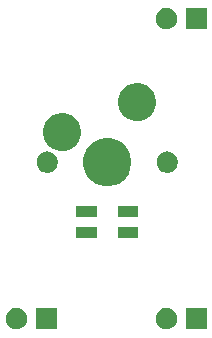
<source format=gbr>
G04 #@! TF.GenerationSoftware,KiCad,Pcbnew,5.1.5*
G04 #@! TF.CreationDate,2020-02-15T20:36:58-05:00*
G04 #@! TF.ProjectId,mx,6d782e6b-6963-4616-945f-706362585858,B*
G04 #@! TF.SameCoordinates,Original*
G04 #@! TF.FileFunction,Soldermask,Top*
G04 #@! TF.FilePolarity,Negative*
%FSLAX46Y46*%
G04 Gerber Fmt 4.6, Leading zero omitted, Abs format (unit mm)*
G04 Created by KiCad (PCBNEW 5.1.5) date 2020-02-15 20:36:58*
%MOMM*%
%LPD*%
G04 APERTURE LIST*
%ADD10C,0.100000*%
G04 APERTURE END LIST*
D10*
G36*
X139813512Y-131183927D02*
G01*
X139962812Y-131213624D01*
X140126784Y-131281544D01*
X140274354Y-131380147D01*
X140399853Y-131505646D01*
X140498456Y-131653216D01*
X140566376Y-131817188D01*
X140601000Y-131991259D01*
X140601000Y-132168741D01*
X140566376Y-132342812D01*
X140498456Y-132506784D01*
X140399853Y-132654354D01*
X140274354Y-132779853D01*
X140126784Y-132878456D01*
X139962812Y-132946376D01*
X139813512Y-132976073D01*
X139788742Y-132981000D01*
X139611258Y-132981000D01*
X139586488Y-132976073D01*
X139437188Y-132946376D01*
X139273216Y-132878456D01*
X139125646Y-132779853D01*
X139000147Y-132654354D01*
X138901544Y-132506784D01*
X138833624Y-132342812D01*
X138799000Y-132168741D01*
X138799000Y-131991259D01*
X138833624Y-131817188D01*
X138901544Y-131653216D01*
X139000147Y-131505646D01*
X139125646Y-131380147D01*
X139273216Y-131281544D01*
X139437188Y-131213624D01*
X139586488Y-131183927D01*
X139611258Y-131179000D01*
X139788742Y-131179000D01*
X139813512Y-131183927D01*
G37*
G36*
X143141000Y-132981000D02*
G01*
X141339000Y-132981000D01*
X141339000Y-131179000D01*
X143141000Y-131179000D01*
X143141000Y-132981000D01*
G37*
G36*
X127113512Y-131183927D02*
G01*
X127262812Y-131213624D01*
X127426784Y-131281544D01*
X127574354Y-131380147D01*
X127699853Y-131505646D01*
X127798456Y-131653216D01*
X127866376Y-131817188D01*
X127901000Y-131991259D01*
X127901000Y-132168741D01*
X127866376Y-132342812D01*
X127798456Y-132506784D01*
X127699853Y-132654354D01*
X127574354Y-132779853D01*
X127426784Y-132878456D01*
X127262812Y-132946376D01*
X127113512Y-132976073D01*
X127088742Y-132981000D01*
X126911258Y-132981000D01*
X126886488Y-132976073D01*
X126737188Y-132946376D01*
X126573216Y-132878456D01*
X126425646Y-132779853D01*
X126300147Y-132654354D01*
X126201544Y-132506784D01*
X126133624Y-132342812D01*
X126099000Y-132168741D01*
X126099000Y-131991259D01*
X126133624Y-131817188D01*
X126201544Y-131653216D01*
X126300147Y-131505646D01*
X126425646Y-131380147D01*
X126573216Y-131281544D01*
X126737188Y-131213624D01*
X126886488Y-131183927D01*
X126911258Y-131179000D01*
X127088742Y-131179000D01*
X127113512Y-131183927D01*
G37*
G36*
X130441000Y-132981000D02*
G01*
X128639000Y-132981000D01*
X128639000Y-131179000D01*
X130441000Y-131179000D01*
X130441000Y-132981000D01*
G37*
G36*
X137296001Y-125251001D02*
G01*
X135594001Y-125251001D01*
X135594001Y-124299001D01*
X137296001Y-124299001D01*
X137296001Y-125251001D01*
G37*
G36*
X133796001Y-125251001D02*
G01*
X132094001Y-125251001D01*
X132094001Y-124299001D01*
X133796001Y-124299001D01*
X133796001Y-125251001D01*
G37*
G36*
X137296001Y-123501001D02*
G01*
X135594001Y-123501001D01*
X135594001Y-122549001D01*
X137296001Y-122549001D01*
X137296001Y-123501001D01*
G37*
G36*
X133796001Y-123501001D02*
G01*
X132094001Y-123501001D01*
X132094001Y-122549001D01*
X133796001Y-122549001D01*
X133796001Y-123501001D01*
G37*
G36*
X135293255Y-116847819D02*
G01*
X135666512Y-117002427D01*
X135666514Y-117002428D01*
X136002437Y-117226885D01*
X136288117Y-117512565D01*
X136493189Y-117819476D01*
X136512575Y-117848490D01*
X136667183Y-118221747D01*
X136746001Y-118617994D01*
X136746001Y-119022008D01*
X136667183Y-119418255D01*
X136512575Y-119791512D01*
X136512574Y-119791514D01*
X136288117Y-120127437D01*
X136002437Y-120413117D01*
X135666514Y-120637574D01*
X135666513Y-120637575D01*
X135666512Y-120637575D01*
X135293255Y-120792183D01*
X134897008Y-120871001D01*
X134492994Y-120871001D01*
X134096747Y-120792183D01*
X133723490Y-120637575D01*
X133723489Y-120637575D01*
X133723488Y-120637574D01*
X133387565Y-120413117D01*
X133101885Y-120127437D01*
X132877428Y-119791514D01*
X132877427Y-119791512D01*
X132722819Y-119418255D01*
X132644001Y-119022008D01*
X132644001Y-118617994D01*
X132722819Y-118221747D01*
X132877427Y-117848490D01*
X132896814Y-117819476D01*
X133101885Y-117512565D01*
X133387565Y-117226885D01*
X133723488Y-117002428D01*
X133723490Y-117002427D01*
X134096747Y-116847819D01*
X134492994Y-116769001D01*
X134897008Y-116769001D01*
X135293255Y-116847819D01*
G37*
G36*
X129728513Y-117923928D02*
G01*
X129877813Y-117953625D01*
X130041785Y-118021545D01*
X130189355Y-118120148D01*
X130314854Y-118245647D01*
X130413457Y-118393217D01*
X130481377Y-118557189D01*
X130516001Y-118731260D01*
X130516001Y-118908742D01*
X130481377Y-119082813D01*
X130413457Y-119246785D01*
X130314854Y-119394355D01*
X130189355Y-119519854D01*
X130041785Y-119618457D01*
X129877813Y-119686377D01*
X129728513Y-119716074D01*
X129703743Y-119721001D01*
X129526259Y-119721001D01*
X129501489Y-119716074D01*
X129352189Y-119686377D01*
X129188217Y-119618457D01*
X129040647Y-119519854D01*
X128915148Y-119394355D01*
X128816545Y-119246785D01*
X128748625Y-119082813D01*
X128714001Y-118908742D01*
X128714001Y-118731260D01*
X128748625Y-118557189D01*
X128816545Y-118393217D01*
X128915148Y-118245647D01*
X129040647Y-118120148D01*
X129188217Y-118021545D01*
X129352189Y-117953625D01*
X129501489Y-117923928D01*
X129526259Y-117919001D01*
X129703743Y-117919001D01*
X129728513Y-117923928D01*
G37*
G36*
X139888513Y-117923928D02*
G01*
X140037813Y-117953625D01*
X140201785Y-118021545D01*
X140349355Y-118120148D01*
X140474854Y-118245647D01*
X140573457Y-118393217D01*
X140641377Y-118557189D01*
X140676001Y-118731260D01*
X140676001Y-118908742D01*
X140641377Y-119082813D01*
X140573457Y-119246785D01*
X140474854Y-119394355D01*
X140349355Y-119519854D01*
X140201785Y-119618457D01*
X140037813Y-119686377D01*
X139888513Y-119716074D01*
X139863743Y-119721001D01*
X139686259Y-119721001D01*
X139661489Y-119716074D01*
X139512189Y-119686377D01*
X139348217Y-119618457D01*
X139200647Y-119519854D01*
X139075148Y-119394355D01*
X138976545Y-119246785D01*
X138908625Y-119082813D01*
X138874001Y-118908742D01*
X138874001Y-118731260D01*
X138908625Y-118557189D01*
X138976545Y-118393217D01*
X139075148Y-118245647D01*
X139200647Y-118120148D01*
X139348217Y-118021545D01*
X139512189Y-117953625D01*
X139661489Y-117923928D01*
X139686259Y-117919001D01*
X139863743Y-117919001D01*
X139888513Y-117923928D01*
G37*
G36*
X131081218Y-114686666D02*
G01*
X131351996Y-114740526D01*
X131643359Y-114861213D01*
X131905579Y-115036423D01*
X132128579Y-115259423D01*
X132303789Y-115521643D01*
X132424476Y-115813006D01*
X132486001Y-116122316D01*
X132486001Y-116437686D01*
X132424476Y-116746996D01*
X132303789Y-117038359D01*
X132128579Y-117300579D01*
X131905579Y-117523579D01*
X131643359Y-117698789D01*
X131351996Y-117819476D01*
X131081218Y-117873336D01*
X131042687Y-117881001D01*
X130727315Y-117881001D01*
X130688784Y-117873336D01*
X130418006Y-117819476D01*
X130126643Y-117698789D01*
X129864423Y-117523579D01*
X129641423Y-117300579D01*
X129466213Y-117038359D01*
X129345526Y-116746996D01*
X129284001Y-116437686D01*
X129284001Y-116122316D01*
X129345526Y-115813006D01*
X129466213Y-115521643D01*
X129641423Y-115259423D01*
X129864423Y-115036423D01*
X130126643Y-114861213D01*
X130418006Y-114740526D01*
X130688784Y-114686666D01*
X130727315Y-114679001D01*
X131042687Y-114679001D01*
X131081218Y-114686666D01*
G37*
G36*
X137431218Y-112146666D02*
G01*
X137701996Y-112200526D01*
X137993359Y-112321213D01*
X138255579Y-112496423D01*
X138478579Y-112719423D01*
X138653789Y-112981643D01*
X138774476Y-113273006D01*
X138836001Y-113582316D01*
X138836001Y-113897686D01*
X138774476Y-114206996D01*
X138653789Y-114498359D01*
X138478579Y-114760579D01*
X138255579Y-114983579D01*
X137993359Y-115158789D01*
X137701996Y-115279476D01*
X137431218Y-115333336D01*
X137392687Y-115341001D01*
X137077315Y-115341001D01*
X137038784Y-115333336D01*
X136768006Y-115279476D01*
X136476643Y-115158789D01*
X136214423Y-114983579D01*
X135991423Y-114760579D01*
X135816213Y-114498359D01*
X135695526Y-114206996D01*
X135634001Y-113897686D01*
X135634001Y-113582316D01*
X135695526Y-113273006D01*
X135816213Y-112981643D01*
X135991423Y-112719423D01*
X136214423Y-112496423D01*
X136476643Y-112321213D01*
X136768006Y-112200526D01*
X137038784Y-112146666D01*
X137077315Y-112139001D01*
X137392687Y-112139001D01*
X137431218Y-112146666D01*
G37*
G36*
X139813512Y-105783927D02*
G01*
X139962812Y-105813624D01*
X140126784Y-105881544D01*
X140274354Y-105980147D01*
X140399853Y-106105646D01*
X140498456Y-106253216D01*
X140566376Y-106417188D01*
X140601000Y-106591259D01*
X140601000Y-106768741D01*
X140566376Y-106942812D01*
X140498456Y-107106784D01*
X140399853Y-107254354D01*
X140274354Y-107379853D01*
X140126784Y-107478456D01*
X139962812Y-107546376D01*
X139813512Y-107576073D01*
X139788742Y-107581000D01*
X139611258Y-107581000D01*
X139586488Y-107576073D01*
X139437188Y-107546376D01*
X139273216Y-107478456D01*
X139125646Y-107379853D01*
X139000147Y-107254354D01*
X138901544Y-107106784D01*
X138833624Y-106942812D01*
X138799000Y-106768741D01*
X138799000Y-106591259D01*
X138833624Y-106417188D01*
X138901544Y-106253216D01*
X139000147Y-106105646D01*
X139125646Y-105980147D01*
X139273216Y-105881544D01*
X139437188Y-105813624D01*
X139586488Y-105783927D01*
X139611258Y-105779000D01*
X139788742Y-105779000D01*
X139813512Y-105783927D01*
G37*
G36*
X143141000Y-107581000D02*
G01*
X141339000Y-107581000D01*
X141339000Y-105779000D01*
X143141000Y-105779000D01*
X143141000Y-107581000D01*
G37*
M02*

</source>
